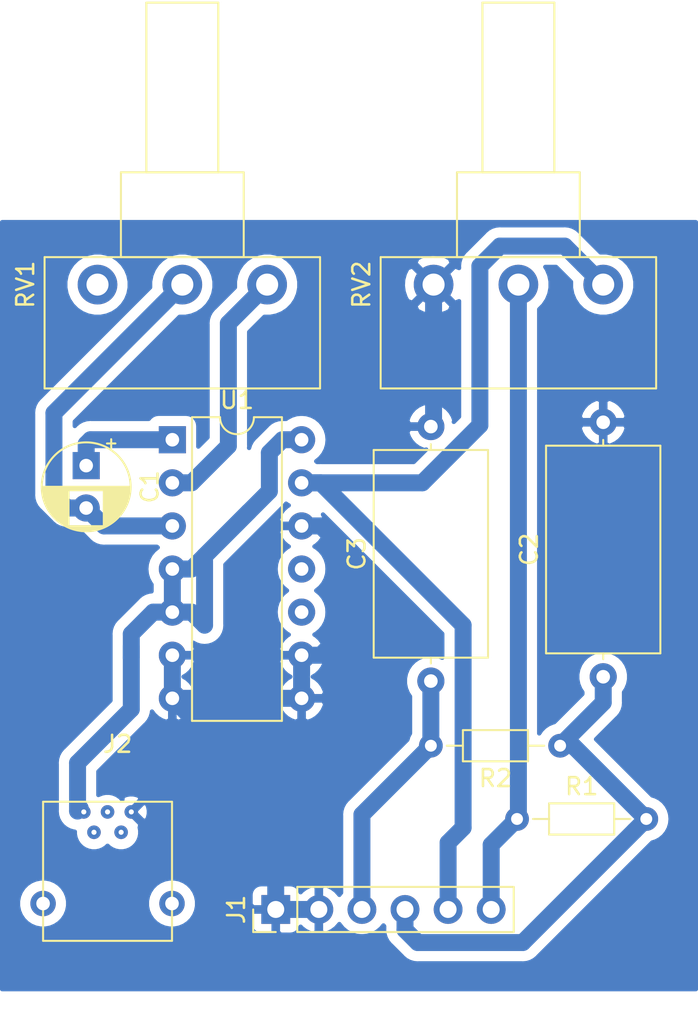
<source format=kicad_pcb>
(kicad_pcb (version 20171130) (host pcbnew 5.1.4-e60b266~84~ubuntu16.04.1)

  (general
    (thickness 1.6)
    (drawings 0)
    (tracks 75)
    (zones 0)
    (modules 10)
    (nets 10)
  )

  (page A4)
  (layers
    (0 F.Cu signal)
    (31 B.Cu signal)
    (32 B.Adhes user)
    (33 F.Adhes user)
    (34 B.Paste user)
    (35 F.Paste user)
    (36 B.SilkS user)
    (37 F.SilkS user)
    (38 B.Mask user)
    (39 F.Mask user)
    (40 Dwgs.User user)
    (41 Cmts.User user)
    (42 Eco1.User user)
    (43 Eco2.User user)
    (44 Edge.Cuts user)
    (45 Margin user)
    (46 B.CrtYd user)
    (47 F.CrtYd user)
    (48 B.Fab user)
    (49 F.Fab user)
  )

  (setup
    (last_trace_width 1)
    (trace_clearance 0.6)
    (zone_clearance 0.508)
    (zone_45_only no)
    (trace_min 0.2)
    (via_size 1.5)
    (via_drill 0.6)
    (via_min_size 0.4)
    (via_min_drill 0.3)
    (uvia_size 0.3)
    (uvia_drill 0.1)
    (uvias_allowed no)
    (uvia_min_size 0.2)
    (uvia_min_drill 0.1)
    (edge_width 0.05)
    (segment_width 0.2)
    (pcb_text_width 0.3)
    (pcb_text_size 1.5 1.5)
    (mod_edge_width 0.12)
    (mod_text_size 1 1)
    (mod_text_width 0.15)
    (pad_size 1.524 1.524)
    (pad_drill 0.762)
    (pad_to_mask_clearance 0.051)
    (solder_mask_min_width 0.25)
    (aux_axis_origin 0 0)
    (visible_elements FFFFFF7F)
    (pcbplotparams
      (layerselection 0x010fc_ffffffff)
      (usegerberextensions false)
      (usegerberattributes false)
      (usegerberadvancedattributes false)
      (creategerberjobfile false)
      (excludeedgelayer true)
      (linewidth 0.500000)
      (plotframeref false)
      (viasonmask false)
      (mode 1)
      (useauxorigin false)
      (hpglpennumber 1)
      (hpglpenspeed 20)
      (hpglpendiameter 15.000000)
      (psnegative false)
      (psa4output false)
      (plotreference true)
      (plotvalue true)
      (plotinvisibletext false)
      (padsonsilk false)
      (subtractmaskfromsilk false)
      (outputformat 1)
      (mirror false)
      (drillshape 1)
      (scaleselection 1)
      (outputdirectory ""))
  )

  (net 0 "")
  (net 1 "Net-(C1-Pad2)")
  (net 2 "Net-(C1-Pad1)")
  (net 3 GND)
  (net 4 "Net-(C2-Pad1)")
  (net 5 "Net-(C3-Pad1)")
  (net 6 "Net-(J1-Pad6)")
  (net 7 "Net-(J1-Pad5)")
  (net 8 "Net-(RV1-Pad1)")
  (net 9 +5V)

  (net_class Default "This is the default net class."
    (clearance 0.6)
    (trace_width 1)
    (via_dia 1.5)
    (via_drill 0.6)
    (uvia_dia 0.3)
    (uvia_drill 0.1)
    (add_net +5V)
    (add_net GND)
    (add_net "Net-(C1-Pad1)")
    (add_net "Net-(C1-Pad2)")
    (add_net "Net-(C2-Pad1)")
    (add_net "Net-(C3-Pad1)")
    (add_net "Net-(J1-Pad5)")
    (add_net "Net-(J1-Pad6)")
    (add_net "Net-(J2-Pad2)")
    (add_net "Net-(J2-Pad3)")
    (add_net "Net-(J2-Pad4)")
    (add_net "Net-(J2-Pad6)")
    (add_net "Net-(RV1-Pad1)")
    (add_net "Net-(RV1-Pad3)")
    (add_net "Net-(U1-Pad10)")
    (add_net "Net-(U1-Pad11)")
  )

  (module usb_micro:USB_Micro_1_27x5 (layer F.Cu) (tedit 5DA75D46) (tstamp 5DA8174B)
    (at 94.488 73.914)
    (path /5DABF365)
    (fp_text reference J2 (at 4.4 -3.4) (layer F.SilkS)
      (effects (font (size 1 1) (thickness 0.15)))
    )
    (fp_text value USB_OTG (at 3.8 -1.6) (layer F.Fab)
      (effects (font (size 1 1) (thickness 0.15)))
    )
    (fp_line (start 0 8.2) (end 0 0) (layer F.SilkS) (width 0.12))
    (fp_line (start 7.6 8.2) (end 0 8.2) (layer F.SilkS) (width 0.12))
    (fp_line (start 7.6 0) (end 7.6 8.2) (layer F.SilkS) (width 0.12))
    (fp_line (start 0 0) (end 7.6 0) (layer F.SilkS) (width 0.12))
    (pad 7 thru_hole circle (at 7.6 6) (size 1.5 1.5) (drill 0.8) (layers *.Cu *.Mask))
    (pad 6 thru_hole circle (at 0 6) (size 1.5 1.5) (drill 0.8) (layers *.Cu *.Mask))
    (pad 3 thru_hole circle (at 4.6 1.8) (size 0.8 0.8) (drill 0.3) (layers *.Cu *.Mask))
    (pad 4 thru_hole circle (at 3 1.8) (size 0.8 0.8) (drill 0.3) (layers *.Cu *.Mask))
    (pad 5 thru_hole circle (at 5.2 0.6) (size 0.8 0.8) (drill 0.3) (layers *.Cu *.Mask)
      (net 3 GND))
    (pad 2 thru_hole circle (at 3.8 0.6) (size 0.8 0.8) (drill 0.3) (layers *.Cu *.Mask))
    (pad 1 thru_hole circle (at 2.4 0.6) (size 0.8 0.8) (drill 0.3) (layers *.Cu *.Mask)
      (net 9 +5V))
  )

  (module Capacitor_THT:C_Axial_L12.0mm_D6.5mm_P15.00mm_Horizontal (layer F.Cu) (tedit 5AE50EF0) (tstamp 5DA7FC78)
    (at 127.508 66.548 90)
    (descr "C, Axial series, Axial, Horizontal, pin pitch=15mm, , length*diameter=12*6.5mm^2, http://cdn-reichelt.de/documents/datenblatt/B300/STYROFLEX.pdf")
    (tags "C Axial series Axial Horizontal pin pitch 15mm  length 12mm diameter 6.5mm")
    (path /5DA759E6)
    (fp_text reference C2 (at 7.5 -4.37 90) (layer F.SilkS)
      (effects (font (size 1 1) (thickness 0.15)))
    )
    (fp_text value 1uF (at 7.5 4.37 90) (layer F.Fab)
      (effects (font (size 1 1) (thickness 0.15)))
    )
    (fp_text user %R (at 7.5 0 90) (layer F.Fab)
      (effects (font (size 1 1) (thickness 0.15)))
    )
    (fp_line (start 16.05 -3.5) (end -1.05 -3.5) (layer F.CrtYd) (width 0.05))
    (fp_line (start 16.05 3.5) (end 16.05 -3.5) (layer F.CrtYd) (width 0.05))
    (fp_line (start -1.05 3.5) (end 16.05 3.5) (layer F.CrtYd) (width 0.05))
    (fp_line (start -1.05 -3.5) (end -1.05 3.5) (layer F.CrtYd) (width 0.05))
    (fp_line (start 13.96 0) (end 13.62 0) (layer F.SilkS) (width 0.12))
    (fp_line (start 1.04 0) (end 1.38 0) (layer F.SilkS) (width 0.12))
    (fp_line (start 13.62 -3.37) (end 1.38 -3.37) (layer F.SilkS) (width 0.12))
    (fp_line (start 13.62 3.37) (end 13.62 -3.37) (layer F.SilkS) (width 0.12))
    (fp_line (start 1.38 3.37) (end 13.62 3.37) (layer F.SilkS) (width 0.12))
    (fp_line (start 1.38 -3.37) (end 1.38 3.37) (layer F.SilkS) (width 0.12))
    (fp_line (start 15 0) (end 13.5 0) (layer F.Fab) (width 0.1))
    (fp_line (start 0 0) (end 1.5 0) (layer F.Fab) (width 0.1))
    (fp_line (start 13.5 -3.25) (end 1.5 -3.25) (layer F.Fab) (width 0.1))
    (fp_line (start 13.5 3.25) (end 13.5 -3.25) (layer F.Fab) (width 0.1))
    (fp_line (start 1.5 3.25) (end 13.5 3.25) (layer F.Fab) (width 0.1))
    (fp_line (start 1.5 -3.25) (end 1.5 3.25) (layer F.Fab) (width 0.1))
    (pad 2 thru_hole oval (at 15 0 90) (size 1.6 1.6) (drill 0.8) (layers *.Cu *.Mask)
      (net 3 GND))
    (pad 1 thru_hole circle (at 0 0 90) (size 1.6 1.6) (drill 0.8) (layers *.Cu *.Mask)
      (net 4 "Net-(C2-Pad1)"))
    (model ${KISYS3DMOD}/Capacitor_THT.3dshapes/C_Axial_L12.0mm_D6.5mm_P15.00mm_Horizontal.wrl
      (at (xyz 0 0 0))
      (scale (xyz 1 1 1))
      (rotate (xyz 0 0 0))
    )
  )

  (module Package_DIP:DIP-14_W7.62mm (layer F.Cu) (tedit 5A02E8C5) (tstamp 5DA7FD41)
    (at 102.108 52.578)
    (descr "14-lead though-hole mounted DIP package, row spacing 7.62 mm (300 mils)")
    (tags "THT DIP DIL PDIP 2.54mm 7.62mm 300mil")
    (path /5DA74DB3)
    (fp_text reference U1 (at 3.81 -2.33) (layer F.SilkS)
      (effects (font (size 1 1) (thickness 0.15)))
    )
    (fp_text value 4047 (at 3.81 17.57) (layer F.Fab)
      (effects (font (size 1 1) (thickness 0.15)))
    )
    (fp_text user %R (at 3.81 7.62) (layer F.Fab)
      (effects (font (size 1 1) (thickness 0.15)))
    )
    (fp_line (start 8.7 -1.55) (end -1.1 -1.55) (layer F.CrtYd) (width 0.05))
    (fp_line (start 8.7 16.8) (end 8.7 -1.55) (layer F.CrtYd) (width 0.05))
    (fp_line (start -1.1 16.8) (end 8.7 16.8) (layer F.CrtYd) (width 0.05))
    (fp_line (start -1.1 -1.55) (end -1.1 16.8) (layer F.CrtYd) (width 0.05))
    (fp_line (start 6.46 -1.33) (end 4.81 -1.33) (layer F.SilkS) (width 0.12))
    (fp_line (start 6.46 16.57) (end 6.46 -1.33) (layer F.SilkS) (width 0.12))
    (fp_line (start 1.16 16.57) (end 6.46 16.57) (layer F.SilkS) (width 0.12))
    (fp_line (start 1.16 -1.33) (end 1.16 16.57) (layer F.SilkS) (width 0.12))
    (fp_line (start 2.81 -1.33) (end 1.16 -1.33) (layer F.SilkS) (width 0.12))
    (fp_line (start 0.635 -0.27) (end 1.635 -1.27) (layer F.Fab) (width 0.1))
    (fp_line (start 0.635 16.51) (end 0.635 -0.27) (layer F.Fab) (width 0.1))
    (fp_line (start 6.985 16.51) (end 0.635 16.51) (layer F.Fab) (width 0.1))
    (fp_line (start 6.985 -1.27) (end 6.985 16.51) (layer F.Fab) (width 0.1))
    (fp_line (start 1.635 -1.27) (end 6.985 -1.27) (layer F.Fab) (width 0.1))
    (fp_arc (start 3.81 -1.33) (end 2.81 -1.33) (angle -180) (layer F.SilkS) (width 0.12))
    (pad 14 thru_hole oval (at 7.62 0) (size 1.6 1.6) (drill 0.8) (layers *.Cu *.Mask)
      (net 9 +5V))
    (pad 7 thru_hole oval (at 0 15.24) (size 1.6 1.6) (drill 0.8) (layers *.Cu *.Mask)
      (net 3 GND))
    (pad 13 thru_hole oval (at 7.62 2.54) (size 1.6 1.6) (drill 0.8) (layers *.Cu *.Mask)
      (net 7 "Net-(J1-Pad5)"))
    (pad 6 thru_hole oval (at 0 12.7) (size 1.6 1.6) (drill 0.8) (layers *.Cu *.Mask)
      (net 3 GND))
    (pad 12 thru_hole oval (at 7.62 5.08) (size 1.6 1.6) (drill 0.8) (layers *.Cu *.Mask)
      (net 3 GND))
    (pad 5 thru_hole oval (at 0 10.16) (size 1.6 1.6) (drill 0.8) (layers *.Cu *.Mask)
      (net 9 +5V))
    (pad 11 thru_hole oval (at 7.62 7.62) (size 1.6 1.6) (drill 0.8) (layers *.Cu *.Mask))
    (pad 4 thru_hole oval (at 0 7.62) (size 1.6 1.6) (drill 0.8) (layers *.Cu *.Mask)
      (net 9 +5V))
    (pad 10 thru_hole oval (at 7.62 10.16) (size 1.6 1.6) (drill 0.8) (layers *.Cu *.Mask))
    (pad 3 thru_hole oval (at 0 5.08) (size 1.6 1.6) (drill 0.8) (layers *.Cu *.Mask)
      (net 1 "Net-(C1-Pad2)"))
    (pad 9 thru_hole oval (at 7.62 12.7) (size 1.6 1.6) (drill 0.8) (layers *.Cu *.Mask)
      (net 3 GND))
    (pad 2 thru_hole oval (at 0 2.54) (size 1.6 1.6) (drill 0.8) (layers *.Cu *.Mask)
      (net 8 "Net-(RV1-Pad1)"))
    (pad 8 thru_hole oval (at 7.62 15.24) (size 1.6 1.6) (drill 0.8) (layers *.Cu *.Mask)
      (net 3 GND))
    (pad 1 thru_hole rect (at 0 0) (size 1.6 1.6) (drill 0.8) (layers *.Cu *.Mask)
      (net 2 "Net-(C1-Pad1)"))
    (model ${KISYS3DMOD}/Package_DIP.3dshapes/DIP-14_W7.62mm.wrl
      (at (xyz 0 0 0))
      (scale (xyz 1 1 1))
      (rotate (xyz 0 0 0))
    )
  )

  (module Potentiometer_THT:Potentiometer_Piher_T-16H_Single_Horizontal (layer F.Cu) (tedit 5A3D4993) (tstamp 5DA7FD1F)
    (at 127.508 43.434 90)
    (descr "Potentiometer, horizontal, Piher T-16H Single, http://www.piher-nacesa.com/pdf/22-T16v03.pdf")
    (tags "Potentiometer horizontal Piher T-16H Single")
    (path /5DA76077)
    (fp_text reference RV2 (at 0 -14.25 90) (layer F.SilkS)
      (effects (font (size 1 1) (thickness 0.15)))
    )
    (fp_text value 5k (at 0 4.25 90) (layer F.Fab)
      (effects (font (size 1 1) (thickness 0.15)))
    )
    (fp_text user %R (at -2.25 -5 90) (layer F.Fab)
      (effects (font (size 1 1) (thickness 0.15)))
    )
    (fp_line (start 16.75 -13.25) (end -6.25 -13.25) (layer F.CrtYd) (width 0.05))
    (fp_line (start 16.75 3.25) (end 16.75 -13.25) (layer F.CrtYd) (width 0.05))
    (fp_line (start -6.25 3.25) (end 16.75 3.25) (layer F.CrtYd) (width 0.05))
    (fp_line (start -6.25 -13.25) (end -6.25 3.25) (layer F.CrtYd) (width 0.05))
    (fp_line (start 16.62 -7.12) (end 16.62 -2.88) (layer F.SilkS) (width 0.12))
    (fp_line (start 6.62 -7.12) (end 6.62 -2.88) (layer F.SilkS) (width 0.12))
    (fp_line (start 6.62 -2.88) (end 16.62 -2.88) (layer F.SilkS) (width 0.12))
    (fp_line (start 6.62 -7.12) (end 16.62 -7.12) (layer F.SilkS) (width 0.12))
    (fp_line (start 6.62 -8.62) (end 6.62 -1.38) (layer F.SilkS) (width 0.12))
    (fp_line (start 1.62 -8.62) (end 1.62 -1.38) (layer F.SilkS) (width 0.12))
    (fp_line (start 1.62 -1.38) (end 6.62 -1.38) (layer F.SilkS) (width 0.12))
    (fp_line (start 1.62 -8.62) (end 6.62 -8.62) (layer F.SilkS) (width 0.12))
    (fp_line (start 1.62 -13.12) (end 1.62 3.12) (layer F.SilkS) (width 0.12))
    (fp_line (start -6.12 -13.12) (end -6.12 3.12) (layer F.SilkS) (width 0.12))
    (fp_line (start -6.12 3.12) (end 1.62 3.12) (layer F.SilkS) (width 0.12))
    (fp_line (start -6.12 -13.12) (end 1.62 -13.12) (layer F.SilkS) (width 0.12))
    (fp_line (start 16.5 -7) (end 6.5 -7) (layer F.Fab) (width 0.1))
    (fp_line (start 16.5 -3) (end 16.5 -7) (layer F.Fab) (width 0.1))
    (fp_line (start 6.5 -3) (end 16.5 -3) (layer F.Fab) (width 0.1))
    (fp_line (start 6.5 -7) (end 6.5 -3) (layer F.Fab) (width 0.1))
    (fp_line (start 6.5 -8.5) (end 1.5 -8.5) (layer F.Fab) (width 0.1))
    (fp_line (start 6.5 -1.5) (end 6.5 -8.5) (layer F.Fab) (width 0.1))
    (fp_line (start 1.5 -1.5) (end 6.5 -1.5) (layer F.Fab) (width 0.1))
    (fp_line (start 1.5 -8.5) (end 1.5 -1.5) (layer F.Fab) (width 0.1))
    (fp_line (start 1.5 -13) (end -6 -13) (layer F.Fab) (width 0.1))
    (fp_line (start 1.5 3) (end 1.5 -13) (layer F.Fab) (width 0.1))
    (fp_line (start -6 3) (end 1.5 3) (layer F.Fab) (width 0.1))
    (fp_line (start -6 -13) (end -6 3) (layer F.Fab) (width 0.1))
    (pad 1 thru_hole circle (at 0 0 90) (size 2.34 2.34) (drill 1.3) (layers *.Cu *.Mask)
      (net 7 "Net-(J1-Pad5)"))
    (pad 2 thru_hole circle (at 0 -5 90) (size 2.34 2.34) (drill 1.3) (layers *.Cu *.Mask)
      (net 6 "Net-(J1-Pad6)"))
    (pad 3 thru_hole circle (at 0 -10 90) (size 2.34 2.34) (drill 1.3) (layers *.Cu *.Mask)
      (net 3 GND))
    (model ${KISYS3DMOD}/Potentiometer_THT.3dshapes/Potentiometer_Piher_T-16H_Single_Horizontal.wrl
      (at (xyz 0 0 0))
      (scale (xyz 1 1 1))
      (rotate (xyz 0 0 0))
    )
  )

  (module Potentiometer_THT:Potentiometer_Piher_T-16H_Single_Horizontal (layer F.Cu) (tedit 5A3D4993) (tstamp 5DA7FCFB)
    (at 107.696 43.434 90)
    (descr "Potentiometer, horizontal, Piher T-16H Single, http://www.piher-nacesa.com/pdf/22-T16v03.pdf")
    (tags "Potentiometer horizontal Piher T-16H Single")
    (path /5DA763E3)
    (fp_text reference RV1 (at 0 -14.25 90) (layer F.SilkS)
      (effects (font (size 1 1) (thickness 0.15)))
    )
    (fp_text value 5k (at 0 4.25 90) (layer F.Fab)
      (effects (font (size 1 1) (thickness 0.15)))
    )
    (fp_text user %R (at -2.25 -5 90) (layer F.Fab)
      (effects (font (size 1 1) (thickness 0.15)))
    )
    (fp_line (start 16.75 -13.25) (end -6.25 -13.25) (layer F.CrtYd) (width 0.05))
    (fp_line (start 16.75 3.25) (end 16.75 -13.25) (layer F.CrtYd) (width 0.05))
    (fp_line (start -6.25 3.25) (end 16.75 3.25) (layer F.CrtYd) (width 0.05))
    (fp_line (start -6.25 -13.25) (end -6.25 3.25) (layer F.CrtYd) (width 0.05))
    (fp_line (start 16.62 -7.12) (end 16.62 -2.88) (layer F.SilkS) (width 0.12))
    (fp_line (start 6.62 -7.12) (end 6.62 -2.88) (layer F.SilkS) (width 0.12))
    (fp_line (start 6.62 -2.88) (end 16.62 -2.88) (layer F.SilkS) (width 0.12))
    (fp_line (start 6.62 -7.12) (end 16.62 -7.12) (layer F.SilkS) (width 0.12))
    (fp_line (start 6.62 -8.62) (end 6.62 -1.38) (layer F.SilkS) (width 0.12))
    (fp_line (start 1.62 -8.62) (end 1.62 -1.38) (layer F.SilkS) (width 0.12))
    (fp_line (start 1.62 -1.38) (end 6.62 -1.38) (layer F.SilkS) (width 0.12))
    (fp_line (start 1.62 -8.62) (end 6.62 -8.62) (layer F.SilkS) (width 0.12))
    (fp_line (start 1.62 -13.12) (end 1.62 3.12) (layer F.SilkS) (width 0.12))
    (fp_line (start -6.12 -13.12) (end -6.12 3.12) (layer F.SilkS) (width 0.12))
    (fp_line (start -6.12 3.12) (end 1.62 3.12) (layer F.SilkS) (width 0.12))
    (fp_line (start -6.12 -13.12) (end 1.62 -13.12) (layer F.SilkS) (width 0.12))
    (fp_line (start 16.5 -7) (end 6.5 -7) (layer F.Fab) (width 0.1))
    (fp_line (start 16.5 -3) (end 16.5 -7) (layer F.Fab) (width 0.1))
    (fp_line (start 6.5 -3) (end 16.5 -3) (layer F.Fab) (width 0.1))
    (fp_line (start 6.5 -7) (end 6.5 -3) (layer F.Fab) (width 0.1))
    (fp_line (start 6.5 -8.5) (end 1.5 -8.5) (layer F.Fab) (width 0.1))
    (fp_line (start 6.5 -1.5) (end 6.5 -8.5) (layer F.Fab) (width 0.1))
    (fp_line (start 1.5 -1.5) (end 6.5 -1.5) (layer F.Fab) (width 0.1))
    (fp_line (start 1.5 -8.5) (end 1.5 -1.5) (layer F.Fab) (width 0.1))
    (fp_line (start 1.5 -13) (end -6 -13) (layer F.Fab) (width 0.1))
    (fp_line (start 1.5 3) (end 1.5 -13) (layer F.Fab) (width 0.1))
    (fp_line (start -6 3) (end 1.5 3) (layer F.Fab) (width 0.1))
    (fp_line (start -6 -13) (end -6 3) (layer F.Fab) (width 0.1))
    (pad 1 thru_hole circle (at 0 0 90) (size 2.34 2.34) (drill 1.3) (layers *.Cu *.Mask)
      (net 8 "Net-(RV1-Pad1)"))
    (pad 2 thru_hole circle (at 0 -5 90) (size 2.34 2.34) (drill 1.3) (layers *.Cu *.Mask)
      (net 1 "Net-(C1-Pad2)"))
    (pad 3 thru_hole circle (at 0 -10 90) (size 2.34 2.34) (drill 1.3) (layers *.Cu *.Mask))
    (model ${KISYS3DMOD}/Potentiometer_THT.3dshapes/Potentiometer_Piher_T-16H_Single_Horizontal.wrl
      (at (xyz 0 0 0))
      (scale (xyz 1 1 1))
      (rotate (xyz 0 0 0))
    )
  )

  (module Resistor_THT:R_Axial_DIN0204_L3.6mm_D1.6mm_P7.62mm_Horizontal (layer F.Cu) (tedit 5AE5139B) (tstamp 5DA7FCD7)
    (at 124.968 70.612 180)
    (descr "Resistor, Axial_DIN0204 series, Axial, Horizontal, pin pitch=7.62mm, 0.167W, length*diameter=3.6*1.6mm^2, http://cdn-reichelt.de/documents/datenblatt/B400/1_4W%23YAG.pdf")
    (tags "Resistor Axial_DIN0204 series Axial Horizontal pin pitch 7.62mm 0.167W length 3.6mm diameter 1.6mm")
    (path /5DA776A8)
    (fp_text reference R2 (at 3.81 -1.92) (layer F.SilkS)
      (effects (font (size 1 1) (thickness 0.15)))
    )
    (fp_text value 1.8k (at 3.81 1.92) (layer F.Fab)
      (effects (font (size 1 1) (thickness 0.15)))
    )
    (fp_text user %R (at 3.81 0) (layer F.Fab)
      (effects (font (size 0.72 0.72) (thickness 0.108)))
    )
    (fp_line (start 8.57 -1.05) (end -0.95 -1.05) (layer F.CrtYd) (width 0.05))
    (fp_line (start 8.57 1.05) (end 8.57 -1.05) (layer F.CrtYd) (width 0.05))
    (fp_line (start -0.95 1.05) (end 8.57 1.05) (layer F.CrtYd) (width 0.05))
    (fp_line (start -0.95 -1.05) (end -0.95 1.05) (layer F.CrtYd) (width 0.05))
    (fp_line (start 6.68 0) (end 5.73 0) (layer F.SilkS) (width 0.12))
    (fp_line (start 0.94 0) (end 1.89 0) (layer F.SilkS) (width 0.12))
    (fp_line (start 5.73 -0.92) (end 1.89 -0.92) (layer F.SilkS) (width 0.12))
    (fp_line (start 5.73 0.92) (end 5.73 -0.92) (layer F.SilkS) (width 0.12))
    (fp_line (start 1.89 0.92) (end 5.73 0.92) (layer F.SilkS) (width 0.12))
    (fp_line (start 1.89 -0.92) (end 1.89 0.92) (layer F.SilkS) (width 0.12))
    (fp_line (start 7.62 0) (end 5.61 0) (layer F.Fab) (width 0.1))
    (fp_line (start 0 0) (end 2.01 0) (layer F.Fab) (width 0.1))
    (fp_line (start 5.61 -0.8) (end 2.01 -0.8) (layer F.Fab) (width 0.1))
    (fp_line (start 5.61 0.8) (end 5.61 -0.8) (layer F.Fab) (width 0.1))
    (fp_line (start 2.01 0.8) (end 5.61 0.8) (layer F.Fab) (width 0.1))
    (fp_line (start 2.01 -0.8) (end 2.01 0.8) (layer F.Fab) (width 0.1))
    (pad 2 thru_hole oval (at 7.62 0 180) (size 1.4 1.4) (drill 0.7) (layers *.Cu *.Mask)
      (net 5 "Net-(C3-Pad1)"))
    (pad 1 thru_hole circle (at 0 0 180) (size 1.4 1.4) (drill 0.7) (layers *.Cu *.Mask)
      (net 4 "Net-(C2-Pad1)"))
    (model ${KISYS3DMOD}/Resistor_THT.3dshapes/R_Axial_DIN0204_L3.6mm_D1.6mm_P7.62mm_Horizontal.wrl
      (at (xyz 0 0 0))
      (scale (xyz 1 1 1))
      (rotate (xyz 0 0 0))
    )
  )

  (module Resistor_THT:R_Axial_DIN0204_L3.6mm_D1.6mm_P7.62mm_Horizontal (layer F.Cu) (tedit 5AE5139B) (tstamp 5DA7FCC0)
    (at 122.428 74.93)
    (descr "Resistor, Axial_DIN0204 series, Axial, Horizontal, pin pitch=7.62mm, 0.167W, length*diameter=3.6*1.6mm^2, http://cdn-reichelt.de/documents/datenblatt/B400/1_4W%23YAG.pdf")
    (tags "Resistor Axial_DIN0204 series Axial Horizontal pin pitch 7.62mm 0.167W length 3.6mm diameter 1.6mm")
    (path /5DA76952)
    (fp_text reference R1 (at 3.81 -1.92) (layer F.SilkS)
      (effects (font (size 1 1) (thickness 0.15)))
    )
    (fp_text value 1.8k (at 3.81 1.92) (layer F.Fab)
      (effects (font (size 1 1) (thickness 0.15)))
    )
    (fp_text user %R (at 3.81 0) (layer F.Fab)
      (effects (font (size 0.72 0.72) (thickness 0.108)))
    )
    (fp_line (start 8.57 -1.05) (end -0.95 -1.05) (layer F.CrtYd) (width 0.05))
    (fp_line (start 8.57 1.05) (end 8.57 -1.05) (layer F.CrtYd) (width 0.05))
    (fp_line (start -0.95 1.05) (end 8.57 1.05) (layer F.CrtYd) (width 0.05))
    (fp_line (start -0.95 -1.05) (end -0.95 1.05) (layer F.CrtYd) (width 0.05))
    (fp_line (start 6.68 0) (end 5.73 0) (layer F.SilkS) (width 0.12))
    (fp_line (start 0.94 0) (end 1.89 0) (layer F.SilkS) (width 0.12))
    (fp_line (start 5.73 -0.92) (end 1.89 -0.92) (layer F.SilkS) (width 0.12))
    (fp_line (start 5.73 0.92) (end 5.73 -0.92) (layer F.SilkS) (width 0.12))
    (fp_line (start 1.89 0.92) (end 5.73 0.92) (layer F.SilkS) (width 0.12))
    (fp_line (start 1.89 -0.92) (end 1.89 0.92) (layer F.SilkS) (width 0.12))
    (fp_line (start 7.62 0) (end 5.61 0) (layer F.Fab) (width 0.1))
    (fp_line (start 0 0) (end 2.01 0) (layer F.Fab) (width 0.1))
    (fp_line (start 5.61 -0.8) (end 2.01 -0.8) (layer F.Fab) (width 0.1))
    (fp_line (start 5.61 0.8) (end 5.61 -0.8) (layer F.Fab) (width 0.1))
    (fp_line (start 2.01 0.8) (end 5.61 0.8) (layer F.Fab) (width 0.1))
    (fp_line (start 2.01 -0.8) (end 2.01 0.8) (layer F.Fab) (width 0.1))
    (pad 2 thru_hole oval (at 7.62 0) (size 1.4 1.4) (drill 0.7) (layers *.Cu *.Mask)
      (net 4 "Net-(C2-Pad1)"))
    (pad 1 thru_hole circle (at 0 0) (size 1.4 1.4) (drill 0.7) (layers *.Cu *.Mask)
      (net 6 "Net-(J1-Pad6)"))
    (model ${KISYS3DMOD}/Resistor_THT.3dshapes/R_Axial_DIN0204_L3.6mm_D1.6mm_P7.62mm_Horizontal.wrl
      (at (xyz 0 0 0))
      (scale (xyz 1 1 1))
      (rotate (xyz 0 0 0))
    )
  )

  (module Connector_PinHeader_2.54mm:PinHeader_1x06_P2.54mm_Vertical (layer F.Cu) (tedit 59FED5CC) (tstamp 5DA7FCA9)
    (at 108.204 80.264 90)
    (descr "Through hole straight pin header, 1x06, 2.54mm pitch, single row")
    (tags "Through hole pin header THT 1x06 2.54mm single row")
    (path /5DAA269F)
    (fp_text reference J1 (at 0 -2.33 90) (layer F.SilkS)
      (effects (font (size 1 1) (thickness 0.15)))
    )
    (fp_text value Conn_01x06_Male (at 0 15.03 90) (layer F.Fab)
      (effects (font (size 1 1) (thickness 0.15)))
    )
    (fp_text user %R (at 0 6.35) (layer F.Fab)
      (effects (font (size 1 1) (thickness 0.15)))
    )
    (fp_line (start 1.8 -1.8) (end -1.8 -1.8) (layer F.CrtYd) (width 0.05))
    (fp_line (start 1.8 14.5) (end 1.8 -1.8) (layer F.CrtYd) (width 0.05))
    (fp_line (start -1.8 14.5) (end 1.8 14.5) (layer F.CrtYd) (width 0.05))
    (fp_line (start -1.8 -1.8) (end -1.8 14.5) (layer F.CrtYd) (width 0.05))
    (fp_line (start -1.33 -1.33) (end 0 -1.33) (layer F.SilkS) (width 0.12))
    (fp_line (start -1.33 0) (end -1.33 -1.33) (layer F.SilkS) (width 0.12))
    (fp_line (start -1.33 1.27) (end 1.33 1.27) (layer F.SilkS) (width 0.12))
    (fp_line (start 1.33 1.27) (end 1.33 14.03) (layer F.SilkS) (width 0.12))
    (fp_line (start -1.33 1.27) (end -1.33 14.03) (layer F.SilkS) (width 0.12))
    (fp_line (start -1.33 14.03) (end 1.33 14.03) (layer F.SilkS) (width 0.12))
    (fp_line (start -1.27 -0.635) (end -0.635 -1.27) (layer F.Fab) (width 0.1))
    (fp_line (start -1.27 13.97) (end -1.27 -0.635) (layer F.Fab) (width 0.1))
    (fp_line (start 1.27 13.97) (end -1.27 13.97) (layer F.Fab) (width 0.1))
    (fp_line (start 1.27 -1.27) (end 1.27 13.97) (layer F.Fab) (width 0.1))
    (fp_line (start -0.635 -1.27) (end 1.27 -1.27) (layer F.Fab) (width 0.1))
    (pad 6 thru_hole oval (at 0 12.7 90) (size 1.7 1.7) (drill 1) (layers *.Cu *.Mask)
      (net 6 "Net-(J1-Pad6)"))
    (pad 5 thru_hole oval (at 0 10.16 90) (size 1.7 1.7) (drill 1) (layers *.Cu *.Mask)
      (net 7 "Net-(J1-Pad5)"))
    (pad 4 thru_hole oval (at 0 7.62 90) (size 1.7 1.7) (drill 1) (layers *.Cu *.Mask)
      (net 4 "Net-(C2-Pad1)"))
    (pad 3 thru_hole oval (at 0 5.08 90) (size 1.7 1.7) (drill 1) (layers *.Cu *.Mask)
      (net 5 "Net-(C3-Pad1)"))
    (pad 2 thru_hole oval (at 0 2.54 90) (size 1.7 1.7) (drill 1) (layers *.Cu *.Mask)
      (net 3 GND))
    (pad 1 thru_hole rect (at 0 0 90) (size 1.7 1.7) (drill 1) (layers *.Cu *.Mask)
      (net 3 GND))
    (model ${KISYS3DMOD}/Connector_PinHeader_2.54mm.3dshapes/PinHeader_1x06_P2.54mm_Vertical.wrl
      (at (xyz 0 0 0))
      (scale (xyz 1 1 1))
      (rotate (xyz 0 0 0))
    )
  )

  (module Capacitor_THT:C_Axial_L12.0mm_D6.5mm_P15.00mm_Horizontal (layer F.Cu) (tedit 5AE50EF0) (tstamp 5DA7FC8F)
    (at 117.348 66.802 90)
    (descr "C, Axial series, Axial, Horizontal, pin pitch=15mm, , length*diameter=12*6.5mm^2, http://cdn-reichelt.de/documents/datenblatt/B300/STYROFLEX.pdf")
    (tags "C Axial series Axial Horizontal pin pitch 15mm  length 12mm diameter 6.5mm")
    (path /5DA75D01)
    (fp_text reference C3 (at 7.5 -4.37 90) (layer F.SilkS)
      (effects (font (size 1 1) (thickness 0.15)))
    )
    (fp_text value 1uF (at 7.5 4.37 90) (layer F.Fab)
      (effects (font (size 1 1) (thickness 0.15)))
    )
    (fp_text user %R (at 7.5 0 90) (layer F.Fab)
      (effects (font (size 1 1) (thickness 0.15)))
    )
    (fp_line (start 16.05 -3.5) (end -1.05 -3.5) (layer F.CrtYd) (width 0.05))
    (fp_line (start 16.05 3.5) (end 16.05 -3.5) (layer F.CrtYd) (width 0.05))
    (fp_line (start -1.05 3.5) (end 16.05 3.5) (layer F.CrtYd) (width 0.05))
    (fp_line (start -1.05 -3.5) (end -1.05 3.5) (layer F.CrtYd) (width 0.05))
    (fp_line (start 13.96 0) (end 13.62 0) (layer F.SilkS) (width 0.12))
    (fp_line (start 1.04 0) (end 1.38 0) (layer F.SilkS) (width 0.12))
    (fp_line (start 13.62 -3.37) (end 1.38 -3.37) (layer F.SilkS) (width 0.12))
    (fp_line (start 13.62 3.37) (end 13.62 -3.37) (layer F.SilkS) (width 0.12))
    (fp_line (start 1.38 3.37) (end 13.62 3.37) (layer F.SilkS) (width 0.12))
    (fp_line (start 1.38 -3.37) (end 1.38 3.37) (layer F.SilkS) (width 0.12))
    (fp_line (start 15 0) (end 13.5 0) (layer F.Fab) (width 0.1))
    (fp_line (start 0 0) (end 1.5 0) (layer F.Fab) (width 0.1))
    (fp_line (start 13.5 -3.25) (end 1.5 -3.25) (layer F.Fab) (width 0.1))
    (fp_line (start 13.5 3.25) (end 13.5 -3.25) (layer F.Fab) (width 0.1))
    (fp_line (start 1.5 3.25) (end 13.5 3.25) (layer F.Fab) (width 0.1))
    (fp_line (start 1.5 -3.25) (end 1.5 3.25) (layer F.Fab) (width 0.1))
    (pad 2 thru_hole oval (at 15 0 90) (size 1.6 1.6) (drill 0.8) (layers *.Cu *.Mask)
      (net 3 GND))
    (pad 1 thru_hole circle (at 0 0 90) (size 1.6 1.6) (drill 0.8) (layers *.Cu *.Mask)
      (net 5 "Net-(C3-Pad1)"))
    (model ${KISYS3DMOD}/Capacitor_THT.3dshapes/C_Axial_L12.0mm_D6.5mm_P15.00mm_Horizontal.wrl
      (at (xyz 0 0 0))
      (scale (xyz 1 1 1))
      (rotate (xyz 0 0 0))
    )
  )

  (module Capacitor_THT:CP_Radial_D5.0mm_P2.50mm (layer F.Cu) (tedit 5AE50EF0) (tstamp 5DA7FC61)
    (at 97.028 54.102 270)
    (descr "CP, Radial series, Radial, pin pitch=2.50mm, , diameter=5mm, Electrolytic Capacitor")
    (tags "CP Radial series Radial pin pitch 2.50mm  diameter 5mm Electrolytic Capacitor")
    (path /5DA75454)
    (fp_text reference C1 (at 1.25 -3.75 90) (layer F.SilkS)
      (effects (font (size 1 1) (thickness 0.15)))
    )
    (fp_text value 10uF (at 1.25 3.75 90) (layer F.Fab)
      (effects (font (size 1 1) (thickness 0.15)))
    )
    (fp_text user %R (at 1.25 0 90) (layer F.Fab)
      (effects (font (size 1 1) (thickness 0.15)))
    )
    (fp_line (start -1.304775 -1.725) (end -1.304775 -1.225) (layer F.SilkS) (width 0.12))
    (fp_line (start -1.554775 -1.475) (end -1.054775 -1.475) (layer F.SilkS) (width 0.12))
    (fp_line (start 3.851 -0.284) (end 3.851 0.284) (layer F.SilkS) (width 0.12))
    (fp_line (start 3.811 -0.518) (end 3.811 0.518) (layer F.SilkS) (width 0.12))
    (fp_line (start 3.771 -0.677) (end 3.771 0.677) (layer F.SilkS) (width 0.12))
    (fp_line (start 3.731 -0.805) (end 3.731 0.805) (layer F.SilkS) (width 0.12))
    (fp_line (start 3.691 -0.915) (end 3.691 0.915) (layer F.SilkS) (width 0.12))
    (fp_line (start 3.651 -1.011) (end 3.651 1.011) (layer F.SilkS) (width 0.12))
    (fp_line (start 3.611 -1.098) (end 3.611 1.098) (layer F.SilkS) (width 0.12))
    (fp_line (start 3.571 -1.178) (end 3.571 1.178) (layer F.SilkS) (width 0.12))
    (fp_line (start 3.531 1.04) (end 3.531 1.251) (layer F.SilkS) (width 0.12))
    (fp_line (start 3.531 -1.251) (end 3.531 -1.04) (layer F.SilkS) (width 0.12))
    (fp_line (start 3.491 1.04) (end 3.491 1.319) (layer F.SilkS) (width 0.12))
    (fp_line (start 3.491 -1.319) (end 3.491 -1.04) (layer F.SilkS) (width 0.12))
    (fp_line (start 3.451 1.04) (end 3.451 1.383) (layer F.SilkS) (width 0.12))
    (fp_line (start 3.451 -1.383) (end 3.451 -1.04) (layer F.SilkS) (width 0.12))
    (fp_line (start 3.411 1.04) (end 3.411 1.443) (layer F.SilkS) (width 0.12))
    (fp_line (start 3.411 -1.443) (end 3.411 -1.04) (layer F.SilkS) (width 0.12))
    (fp_line (start 3.371 1.04) (end 3.371 1.5) (layer F.SilkS) (width 0.12))
    (fp_line (start 3.371 -1.5) (end 3.371 -1.04) (layer F.SilkS) (width 0.12))
    (fp_line (start 3.331 1.04) (end 3.331 1.554) (layer F.SilkS) (width 0.12))
    (fp_line (start 3.331 -1.554) (end 3.331 -1.04) (layer F.SilkS) (width 0.12))
    (fp_line (start 3.291 1.04) (end 3.291 1.605) (layer F.SilkS) (width 0.12))
    (fp_line (start 3.291 -1.605) (end 3.291 -1.04) (layer F.SilkS) (width 0.12))
    (fp_line (start 3.251 1.04) (end 3.251 1.653) (layer F.SilkS) (width 0.12))
    (fp_line (start 3.251 -1.653) (end 3.251 -1.04) (layer F.SilkS) (width 0.12))
    (fp_line (start 3.211 1.04) (end 3.211 1.699) (layer F.SilkS) (width 0.12))
    (fp_line (start 3.211 -1.699) (end 3.211 -1.04) (layer F.SilkS) (width 0.12))
    (fp_line (start 3.171 1.04) (end 3.171 1.743) (layer F.SilkS) (width 0.12))
    (fp_line (start 3.171 -1.743) (end 3.171 -1.04) (layer F.SilkS) (width 0.12))
    (fp_line (start 3.131 1.04) (end 3.131 1.785) (layer F.SilkS) (width 0.12))
    (fp_line (start 3.131 -1.785) (end 3.131 -1.04) (layer F.SilkS) (width 0.12))
    (fp_line (start 3.091 1.04) (end 3.091 1.826) (layer F.SilkS) (width 0.12))
    (fp_line (start 3.091 -1.826) (end 3.091 -1.04) (layer F.SilkS) (width 0.12))
    (fp_line (start 3.051 1.04) (end 3.051 1.864) (layer F.SilkS) (width 0.12))
    (fp_line (start 3.051 -1.864) (end 3.051 -1.04) (layer F.SilkS) (width 0.12))
    (fp_line (start 3.011 1.04) (end 3.011 1.901) (layer F.SilkS) (width 0.12))
    (fp_line (start 3.011 -1.901) (end 3.011 -1.04) (layer F.SilkS) (width 0.12))
    (fp_line (start 2.971 1.04) (end 2.971 1.937) (layer F.SilkS) (width 0.12))
    (fp_line (start 2.971 -1.937) (end 2.971 -1.04) (layer F.SilkS) (width 0.12))
    (fp_line (start 2.931 1.04) (end 2.931 1.971) (layer F.SilkS) (width 0.12))
    (fp_line (start 2.931 -1.971) (end 2.931 -1.04) (layer F.SilkS) (width 0.12))
    (fp_line (start 2.891 1.04) (end 2.891 2.004) (layer F.SilkS) (width 0.12))
    (fp_line (start 2.891 -2.004) (end 2.891 -1.04) (layer F.SilkS) (width 0.12))
    (fp_line (start 2.851 1.04) (end 2.851 2.035) (layer F.SilkS) (width 0.12))
    (fp_line (start 2.851 -2.035) (end 2.851 -1.04) (layer F.SilkS) (width 0.12))
    (fp_line (start 2.811 1.04) (end 2.811 2.065) (layer F.SilkS) (width 0.12))
    (fp_line (start 2.811 -2.065) (end 2.811 -1.04) (layer F.SilkS) (width 0.12))
    (fp_line (start 2.771 1.04) (end 2.771 2.095) (layer F.SilkS) (width 0.12))
    (fp_line (start 2.771 -2.095) (end 2.771 -1.04) (layer F.SilkS) (width 0.12))
    (fp_line (start 2.731 1.04) (end 2.731 2.122) (layer F.SilkS) (width 0.12))
    (fp_line (start 2.731 -2.122) (end 2.731 -1.04) (layer F.SilkS) (width 0.12))
    (fp_line (start 2.691 1.04) (end 2.691 2.149) (layer F.SilkS) (width 0.12))
    (fp_line (start 2.691 -2.149) (end 2.691 -1.04) (layer F.SilkS) (width 0.12))
    (fp_line (start 2.651 1.04) (end 2.651 2.175) (layer F.SilkS) (width 0.12))
    (fp_line (start 2.651 -2.175) (end 2.651 -1.04) (layer F.SilkS) (width 0.12))
    (fp_line (start 2.611 1.04) (end 2.611 2.2) (layer F.SilkS) (width 0.12))
    (fp_line (start 2.611 -2.2) (end 2.611 -1.04) (layer F.SilkS) (width 0.12))
    (fp_line (start 2.571 1.04) (end 2.571 2.224) (layer F.SilkS) (width 0.12))
    (fp_line (start 2.571 -2.224) (end 2.571 -1.04) (layer F.SilkS) (width 0.12))
    (fp_line (start 2.531 1.04) (end 2.531 2.247) (layer F.SilkS) (width 0.12))
    (fp_line (start 2.531 -2.247) (end 2.531 -1.04) (layer F.SilkS) (width 0.12))
    (fp_line (start 2.491 1.04) (end 2.491 2.268) (layer F.SilkS) (width 0.12))
    (fp_line (start 2.491 -2.268) (end 2.491 -1.04) (layer F.SilkS) (width 0.12))
    (fp_line (start 2.451 1.04) (end 2.451 2.29) (layer F.SilkS) (width 0.12))
    (fp_line (start 2.451 -2.29) (end 2.451 -1.04) (layer F.SilkS) (width 0.12))
    (fp_line (start 2.411 1.04) (end 2.411 2.31) (layer F.SilkS) (width 0.12))
    (fp_line (start 2.411 -2.31) (end 2.411 -1.04) (layer F.SilkS) (width 0.12))
    (fp_line (start 2.371 1.04) (end 2.371 2.329) (layer F.SilkS) (width 0.12))
    (fp_line (start 2.371 -2.329) (end 2.371 -1.04) (layer F.SilkS) (width 0.12))
    (fp_line (start 2.331 1.04) (end 2.331 2.348) (layer F.SilkS) (width 0.12))
    (fp_line (start 2.331 -2.348) (end 2.331 -1.04) (layer F.SilkS) (width 0.12))
    (fp_line (start 2.291 1.04) (end 2.291 2.365) (layer F.SilkS) (width 0.12))
    (fp_line (start 2.291 -2.365) (end 2.291 -1.04) (layer F.SilkS) (width 0.12))
    (fp_line (start 2.251 1.04) (end 2.251 2.382) (layer F.SilkS) (width 0.12))
    (fp_line (start 2.251 -2.382) (end 2.251 -1.04) (layer F.SilkS) (width 0.12))
    (fp_line (start 2.211 1.04) (end 2.211 2.398) (layer F.SilkS) (width 0.12))
    (fp_line (start 2.211 -2.398) (end 2.211 -1.04) (layer F.SilkS) (width 0.12))
    (fp_line (start 2.171 1.04) (end 2.171 2.414) (layer F.SilkS) (width 0.12))
    (fp_line (start 2.171 -2.414) (end 2.171 -1.04) (layer F.SilkS) (width 0.12))
    (fp_line (start 2.131 1.04) (end 2.131 2.428) (layer F.SilkS) (width 0.12))
    (fp_line (start 2.131 -2.428) (end 2.131 -1.04) (layer F.SilkS) (width 0.12))
    (fp_line (start 2.091 1.04) (end 2.091 2.442) (layer F.SilkS) (width 0.12))
    (fp_line (start 2.091 -2.442) (end 2.091 -1.04) (layer F.SilkS) (width 0.12))
    (fp_line (start 2.051 1.04) (end 2.051 2.455) (layer F.SilkS) (width 0.12))
    (fp_line (start 2.051 -2.455) (end 2.051 -1.04) (layer F.SilkS) (width 0.12))
    (fp_line (start 2.011 1.04) (end 2.011 2.468) (layer F.SilkS) (width 0.12))
    (fp_line (start 2.011 -2.468) (end 2.011 -1.04) (layer F.SilkS) (width 0.12))
    (fp_line (start 1.971 1.04) (end 1.971 2.48) (layer F.SilkS) (width 0.12))
    (fp_line (start 1.971 -2.48) (end 1.971 -1.04) (layer F.SilkS) (width 0.12))
    (fp_line (start 1.93 1.04) (end 1.93 2.491) (layer F.SilkS) (width 0.12))
    (fp_line (start 1.93 -2.491) (end 1.93 -1.04) (layer F.SilkS) (width 0.12))
    (fp_line (start 1.89 1.04) (end 1.89 2.501) (layer F.SilkS) (width 0.12))
    (fp_line (start 1.89 -2.501) (end 1.89 -1.04) (layer F.SilkS) (width 0.12))
    (fp_line (start 1.85 1.04) (end 1.85 2.511) (layer F.SilkS) (width 0.12))
    (fp_line (start 1.85 -2.511) (end 1.85 -1.04) (layer F.SilkS) (width 0.12))
    (fp_line (start 1.81 1.04) (end 1.81 2.52) (layer F.SilkS) (width 0.12))
    (fp_line (start 1.81 -2.52) (end 1.81 -1.04) (layer F.SilkS) (width 0.12))
    (fp_line (start 1.77 1.04) (end 1.77 2.528) (layer F.SilkS) (width 0.12))
    (fp_line (start 1.77 -2.528) (end 1.77 -1.04) (layer F.SilkS) (width 0.12))
    (fp_line (start 1.73 1.04) (end 1.73 2.536) (layer F.SilkS) (width 0.12))
    (fp_line (start 1.73 -2.536) (end 1.73 -1.04) (layer F.SilkS) (width 0.12))
    (fp_line (start 1.69 1.04) (end 1.69 2.543) (layer F.SilkS) (width 0.12))
    (fp_line (start 1.69 -2.543) (end 1.69 -1.04) (layer F.SilkS) (width 0.12))
    (fp_line (start 1.65 1.04) (end 1.65 2.55) (layer F.SilkS) (width 0.12))
    (fp_line (start 1.65 -2.55) (end 1.65 -1.04) (layer F.SilkS) (width 0.12))
    (fp_line (start 1.61 1.04) (end 1.61 2.556) (layer F.SilkS) (width 0.12))
    (fp_line (start 1.61 -2.556) (end 1.61 -1.04) (layer F.SilkS) (width 0.12))
    (fp_line (start 1.57 1.04) (end 1.57 2.561) (layer F.SilkS) (width 0.12))
    (fp_line (start 1.57 -2.561) (end 1.57 -1.04) (layer F.SilkS) (width 0.12))
    (fp_line (start 1.53 1.04) (end 1.53 2.565) (layer F.SilkS) (width 0.12))
    (fp_line (start 1.53 -2.565) (end 1.53 -1.04) (layer F.SilkS) (width 0.12))
    (fp_line (start 1.49 1.04) (end 1.49 2.569) (layer F.SilkS) (width 0.12))
    (fp_line (start 1.49 -2.569) (end 1.49 -1.04) (layer F.SilkS) (width 0.12))
    (fp_line (start 1.45 -2.573) (end 1.45 2.573) (layer F.SilkS) (width 0.12))
    (fp_line (start 1.41 -2.576) (end 1.41 2.576) (layer F.SilkS) (width 0.12))
    (fp_line (start 1.37 -2.578) (end 1.37 2.578) (layer F.SilkS) (width 0.12))
    (fp_line (start 1.33 -2.579) (end 1.33 2.579) (layer F.SilkS) (width 0.12))
    (fp_line (start 1.29 -2.58) (end 1.29 2.58) (layer F.SilkS) (width 0.12))
    (fp_line (start 1.25 -2.58) (end 1.25 2.58) (layer F.SilkS) (width 0.12))
    (fp_line (start -0.633605 -1.3375) (end -0.633605 -0.8375) (layer F.Fab) (width 0.1))
    (fp_line (start -0.883605 -1.0875) (end -0.383605 -1.0875) (layer F.Fab) (width 0.1))
    (fp_circle (center 1.25 0) (end 4 0) (layer F.CrtYd) (width 0.05))
    (fp_circle (center 1.25 0) (end 3.87 0) (layer F.SilkS) (width 0.12))
    (fp_circle (center 1.25 0) (end 3.75 0) (layer F.Fab) (width 0.1))
    (pad 2 thru_hole circle (at 2.5 0 270) (size 1.6 1.6) (drill 0.8) (layers *.Cu *.Mask)
      (net 1 "Net-(C1-Pad2)"))
    (pad 1 thru_hole rect (at 0 0 270) (size 1.6 1.6) (drill 0.8) (layers *.Cu *.Mask)
      (net 2 "Net-(C1-Pad1)"))
    (model ${KISYS3DMOD}/Capacitor_THT.3dshapes/CP_Radial_D5.0mm_P2.50mm.wrl
      (at (xyz 0 0 0))
      (scale (xyz 1 1 1))
      (rotate (xyz 0 0 0))
    )
  )

  (segment (start 98.084 57.658) (end 102.108 57.658) (width 1) (layer B.Cu) (net 1))
  (segment (start 97.028 56.602) (end 98.084 57.658) (width 1) (layer B.Cu) (net 1))
  (segment (start 95.127999 51.002001) (end 101.526001 44.603999) (width 1) (layer B.Cu) (net 1))
  (segment (start 95.127999 55.833369) (end 95.127999 51.002001) (width 1) (layer B.Cu) (net 1))
  (segment (start 95.89663 56.602) (end 95.127999 55.833369) (width 1) (layer B.Cu) (net 1))
  (segment (start 101.526001 44.603999) (end 102.696 43.434) (width 1) (layer B.Cu) (net 1))
  (segment (start 97.028 56.602) (end 95.89663 56.602) (width 1) (layer B.Cu) (net 1))
  (segment (start 97.028 54.102) (end 97.028 52.832) (width 1) (layer B.Cu) (net 2))
  (segment (start 97.282 52.578) (end 102.108 52.578) (width 1) (layer B.Cu) (net 2))
  (segment (start 97.028 52.832) (end 97.282 52.578) (width 1) (layer B.Cu) (net 2))
  (segment (start 117.508 51.642) (end 117.348 51.802) (width 1) (layer B.Cu) (net 3))
  (segment (start 117.508 43.434) (end 117.508 51.642) (width 1) (layer B.Cu) (net 3))
  (segment (start 102.108 65.278) (end 102.108 67.818) (width 1) (layer B.Cu) (net 3))
  (segment (start 109.728 67.818) (end 109.728 65.278) (width 1) (layer B.Cu) (net 3))
  (segment (start 110.85937 65.278) (end 109.728 65.278) (width 1) (layer B.Cu) (net 3))
  (segment (start 111.628001 64.509369) (end 110.85937 65.278) (width 1) (layer B.Cu) (net 3))
  (segment (start 110.85937 57.658) (end 111.628001 58.426631) (width 1) (layer B.Cu) (net 3))
  (segment (start 109.728 57.658) (end 110.85937 57.658) (width 1) (layer B.Cu) (net 3))
  (segment (start 111.628001 59.059999) (end 111.628001 64.509369) (width 1) (layer B.Cu) (net 3))
  (segment (start 111.628001 58.426631) (end 111.628001 59.059999) (width 1) (layer B.Cu) (net 3))
  (segment (start 102.108 67.818) (end 109.728 67.818) (width 1) (layer B.Cu) (net 3))
  (segment (start 108.204 73.914) (end 102.108 67.818) (width 1) (layer B.Cu) (net 3))
  (segment (start 108.204 80.264) (end 108.204 73.914) (width 1) (layer B.Cu) (net 3))
  (segment (start 110.744 80.264) (end 108.204 80.264) (width 1) (layer B.Cu) (net 3))
  (segment (start 127.508 68.072) (end 124.968 70.612) (width 1) (layer B.Cu) (net 4))
  (segment (start 127.508 66.548) (end 127.508 68.072) (width 1) (layer B.Cu) (net 4))
  (segment (start 129.348001 75.629999) (end 130.048 74.93) (width 1) (layer B.Cu) (net 4))
  (segment (start 116.57192 82.214001) (end 122.763999 82.214001) (width 1) (layer B.Cu) (net 4))
  (segment (start 115.824 81.466081) (end 116.57192 82.214001) (width 1) (layer B.Cu) (net 4))
  (segment (start 122.763999 82.214001) (end 129.348001 75.629999) (width 1) (layer B.Cu) (net 4))
  (segment (start 115.824 80.264) (end 115.824 81.466081) (width 1) (layer B.Cu) (net 4))
  (segment (start 125.73 70.612) (end 130.048 74.93) (width 1) (layer B.Cu) (net 4))
  (segment (start 124.968 70.612) (end 125.73 70.612) (width 1) (layer B.Cu) (net 4))
  (segment (start 117.348 70.612) (end 117.348 66.802) (width 1) (layer B.Cu) (net 5))
  (segment (start 113.284 74.676) (end 117.348 70.612) (width 1) (layer B.Cu) (net 5))
  (segment (start 113.284 80.264) (end 113.284 74.676) (width 1) (layer B.Cu) (net 5))
  (segment (start 120.904 76.454) (end 122.428 74.93) (width 1) (layer B.Cu) (net 6))
  (segment (start 120.904 80.264) (end 120.904 76.454) (width 1) (layer B.Cu) (net 6))
  (segment (start 122.508 74.85) (end 122.428 74.93) (width 1) (layer B.Cu) (net 6))
  (segment (start 122.508 43.434) (end 122.508 74.85) (width 1) (layer B.Cu) (net 6))
  (segment (start 119.248001 63.506631) (end 110.85937 55.118) (width 1) (layer B.Cu) (net 7))
  (segment (start 119.248001 75.445997) (end 119.248001 63.506631) (width 1) (layer B.Cu) (net 7))
  (segment (start 110.85937 55.118) (end 109.728 55.118) (width 1) (layer B.Cu) (net 7))
  (segment (start 118.364 76.329998) (end 119.248001 75.445997) (width 1) (layer B.Cu) (net 7))
  (segment (start 118.364 80.264) (end 118.364 76.329998) (width 1) (layer B.Cu) (net 7))
  (segment (start 126.338001 42.264001) (end 127.508 43.434) (width 1) (layer B.Cu) (net 7))
  (segment (start 125.237999 41.163999) (end 126.338001 42.264001) (width 1) (layer B.Cu) (net 7))
  (segment (start 120.237999 42.344399) (end 121.418399 41.163999) (width 1) (layer B.Cu) (net 7))
  (segment (start 121.418399 41.163999) (end 125.237999 41.163999) (width 1) (layer B.Cu) (net 7))
  (segment (start 120.237999 51.724003) (end 120.237999 42.344399) (width 1) (layer B.Cu) (net 7))
  (segment (start 116.844002 55.118) (end 120.237999 51.724003) (width 1) (layer B.Cu) (net 7))
  (segment (start 109.728 55.118) (end 116.844002 55.118) (width 1) (layer B.Cu) (net 7))
  (segment (start 103.23937 55.118) (end 105.41 52.94737) (width 1) (layer B.Cu) (net 8))
  (segment (start 102.108 55.118) (end 103.23937 55.118) (width 1) (layer B.Cu) (net 8))
  (segment (start 105.41 45.72) (end 107.696 43.434) (width 1) (layer B.Cu) (net 8))
  (segment (start 105.41 52.94737) (end 105.41 45.72) (width 1) (layer B.Cu) (net 8))
  (segment (start 108.59663 52.578) (end 109.728 52.578) (width 1) (layer B.Cu) (net 9))
  (segment (start 107.827999 53.346631) (end 108.59663 52.578) (width 1) (layer B.Cu) (net 9))
  (segment (start 107.827999 55.609371) (end 107.827999 53.346631) (width 1) (layer B.Cu) (net 9))
  (segment (start 102.108 60.198) (end 103.23937 60.198) (width 1) (layer B.Cu) (net 9))
  (segment (start 102.108 62.738) (end 102.108 60.198) (width 1) (layer B.Cu) (net 9))
  (segment (start 103.23937 62.738) (end 102.108 62.738) (width 1) (layer B.Cu) (net 9))
  (segment (start 104.008001 63.506631) (end 103.23937 62.738) (width 1) (layer B.Cu) (net 9))
  (segment (start 104.008001 59.429369) (end 106.610685 56.826685) (width 1) (layer B.Cu) (net 9))
  (segment (start 104.008001 63.506631) (end 104.008001 59.429369) (width 1) (layer B.Cu) (net 9))
  (segment (start 106.610685 56.826685) (end 107.827999 55.609371) (width 1) (layer B.Cu) (net 9))
  (segment (start 103.23937 60.198) (end 106.610685 56.826685) (width 1) (layer B.Cu) (net 9))
  (segment (start 100.97663 62.738) (end 99.688 64.02663) (width 1) (layer B.Cu) (net 9))
  (segment (start 102.108 62.738) (end 100.97663 62.738) (width 1) (layer B.Cu) (net 9))
  (segment (start 99.688 65.412) (end 99.688 64.02663) (width 1) (layer B.Cu) (net 9))
  (segment (start 99.688 64.754632) (end 99.688 65.412) (width 1) (layer B.Cu) (net 9))
  (segment (start 99.688 65.412) (end 99.688 68.46) (width 1) (layer B.Cu) (net 9))
  (segment (start 99.688 68.46) (end 96.52 71.628) (width 1) (layer B.Cu) (net 9))
  (segment (start 96.52 71.628) (end 96.52 74.461998) (width 1) (layer B.Cu) (net 9))
  (segment (start 96.52 74.461998) (end 96.677999 74.303999) (width 1) (layer B.Cu) (net 9))

  (zone (net 3) (net_name GND) (layer B.Cu) (tstamp 0) (hatch edge 0.508)
    (connect_pads (clearance 0.508))
    (min_thickness 0.254)
    (fill yes (arc_segments 32) (thermal_gap 0.508) (thermal_bridge_width 0.508))
    (polygon
      (pts
        (xy 91.948 39.624) (xy 133.096 39.624) (xy 133.096 85.09) (xy 91.948 85.09)
      )
    )
    (filled_polygon
      (pts
        (xy 132.969 84.963) (xy 92.075 84.963) (xy 92.075 79.768528) (xy 93.011 79.768528) (xy 93.011 80.059472)
        (xy 93.06776 80.344825) (xy 93.179099 80.613622) (xy 93.340739 80.855533) (xy 93.546467 81.061261) (xy 93.788378 81.222901)
        (xy 94.057175 81.33424) (xy 94.342528 81.391) (xy 94.633472 81.391) (xy 94.918825 81.33424) (xy 95.187622 81.222901)
        (xy 95.429533 81.061261) (xy 95.635261 80.855533) (xy 95.796901 80.613622) (xy 95.90824 80.344825) (xy 95.965 80.059472)
        (xy 95.965 79.768528) (xy 100.611 79.768528) (xy 100.611 80.059472) (xy 100.66776 80.344825) (xy 100.779099 80.613622)
        (xy 100.940739 80.855533) (xy 101.146467 81.061261) (xy 101.388378 81.222901) (xy 101.657175 81.33424) (xy 101.942528 81.391)
        (xy 102.233472 81.391) (xy 102.518825 81.33424) (xy 102.787622 81.222901) (xy 102.950603 81.114) (xy 106.715928 81.114)
        (xy 106.728188 81.238482) (xy 106.764498 81.35818) (xy 106.823463 81.468494) (xy 106.902815 81.565185) (xy 106.999506 81.644537)
        (xy 107.10982 81.703502) (xy 107.229518 81.739812) (xy 107.354 81.752072) (xy 107.91825 81.749) (xy 108.077 81.59025)
        (xy 108.077 80.391) (xy 108.331 80.391) (xy 108.331 81.59025) (xy 108.48975 81.749) (xy 109.054 81.752072)
        (xy 109.178482 81.739812) (xy 109.29818 81.703502) (xy 109.408494 81.644537) (xy 109.505185 81.565185) (xy 109.584537 81.468494)
        (xy 109.643502 81.35818) (xy 109.667966 81.277534) (xy 109.743731 81.361588) (xy 109.97708 81.535641) (xy 110.239901 81.660825)
        (xy 110.38711 81.705476) (xy 110.617 81.584155) (xy 110.617 80.391) (xy 108.331 80.391) (xy 108.077 80.391)
        (xy 106.87775 80.391) (xy 106.719 80.54975) (xy 106.715928 81.114) (xy 102.950603 81.114) (xy 103.029533 81.061261)
        (xy 103.235261 80.855533) (xy 103.396901 80.613622) (xy 103.50824 80.344825) (xy 103.565 80.059472) (xy 103.565 79.768528)
        (xy 103.50824 79.483175) (xy 103.479587 79.414) (xy 106.715928 79.414) (xy 106.719 79.97825) (xy 106.87775 80.137)
        (xy 108.077 80.137) (xy 108.077 78.93775) (xy 108.331 78.93775) (xy 108.331 80.137) (xy 110.617 80.137)
        (xy 110.617 78.943845) (xy 110.38711 78.822524) (xy 110.239901 78.867175) (xy 109.97708 78.992359) (xy 109.743731 79.166412)
        (xy 109.667966 79.250466) (xy 109.643502 79.16982) (xy 109.584537 79.059506) (xy 109.505185 78.962815) (xy 109.408494 78.883463)
        (xy 109.29818 78.824498) (xy 109.178482 78.788188) (xy 109.054 78.775928) (xy 108.48975 78.779) (xy 108.331 78.93775)
        (xy 108.077 78.93775) (xy 107.91825 78.779) (xy 107.354 78.775928) (xy 107.229518 78.788188) (xy 107.10982 78.824498)
        (xy 106.999506 78.883463) (xy 106.902815 78.962815) (xy 106.823463 79.059506) (xy 106.764498 79.16982) (xy 106.728188 79.289518)
        (xy 106.715928 79.414) (xy 103.479587 79.414) (xy 103.396901 79.214378) (xy 103.235261 78.972467) (xy 103.029533 78.766739)
        (xy 102.787622 78.605099) (xy 102.518825 78.49376) (xy 102.233472 78.437) (xy 101.942528 78.437) (xy 101.657175 78.49376)
        (xy 101.388378 78.605099) (xy 101.146467 78.766739) (xy 100.940739 78.972467) (xy 100.779099 79.214378) (xy 100.66776 79.483175)
        (xy 100.611 79.768528) (xy 95.965 79.768528) (xy 95.90824 79.483175) (xy 95.796901 79.214378) (xy 95.635261 78.972467)
        (xy 95.429533 78.766739) (xy 95.187622 78.605099) (xy 94.918825 78.49376) (xy 94.633472 78.437) (xy 94.342528 78.437)
        (xy 94.057175 78.49376) (xy 93.788378 78.605099) (xy 93.546467 78.766739) (xy 93.340739 78.972467) (xy 93.179099 79.214378)
        (xy 93.06776 79.483175) (xy 93.011 79.768528) (xy 92.075 79.768528) (xy 92.075 51.002001) (xy 93.895064 51.002001)
        (xy 93.901 51.062271) (xy 93.900999 55.773109) (xy 93.895064 55.833369) (xy 93.900999 55.893629) (xy 93.900999 55.893636)
        (xy 93.918754 56.073902) (xy 93.988915 56.305192) (xy 94.10285 56.518351) (xy 94.256182 56.705186) (xy 94.302999 56.743608)
        (xy 94.986391 57.427) (xy 95.024813 57.473817) (xy 95.211647 57.627149) (xy 95.424806 57.741084) (xy 95.656096 57.811245)
        (xy 95.836362 57.829) (xy 95.836369 57.829) (xy 95.896629 57.834935) (xy 95.956889 57.829) (xy 96.115807 57.829)
        (xy 96.304694 57.95521) (xy 96.58259 58.070319) (xy 96.805398 58.114638) (xy 97.173765 58.483005) (xy 97.212183 58.529817)
        (xy 97.399017 58.683149) (xy 97.580981 58.78041) (xy 97.612176 58.797084) (xy 97.843466 58.867246) (xy 97.963946 58.879111)
        (xy 98.023732 58.885) (xy 98.023737 58.885) (xy 98.084 58.890935) (xy 98.144263 58.885) (xy 101.196081 58.885)
        (xy 101.248476 58.928) (xy 101.023024 59.113024) (xy 100.832203 59.34554) (xy 100.69041 59.610815) (xy 100.603095 59.898656)
        (xy 100.573612 60.198) (xy 100.603095 60.497344) (xy 100.69041 60.785185) (xy 100.832203 61.05046) (xy 100.881001 61.10992)
        (xy 100.881 61.514483) (xy 100.736096 61.528755) (xy 100.504806 61.598916) (xy 100.291647 61.712851) (xy 100.104813 61.866183)
        (xy 100.066395 61.912995) (xy 98.862995 63.116396) (xy 98.816184 63.154813) (xy 98.662852 63.341647) (xy 98.548916 63.554806)
        (xy 98.478755 63.786096) (xy 98.461 63.966362) (xy 98.461 63.96637) (xy 98.455065 64.02663) (xy 98.461 64.08689)
        (xy 98.461 65.351733) (xy 98.461001 67.951759) (xy 95.695 70.717761) (xy 95.648183 70.756183) (xy 95.494851 70.943018)
        (xy 95.380916 71.156177) (xy 95.310755 71.387467) (xy 95.293 71.567733) (xy 95.293 71.56774) (xy 95.287065 71.628)
        (xy 95.293 71.688261) (xy 95.293001 74.401728) (xy 95.287065 74.461998) (xy 95.310755 74.702531) (xy 95.34967 74.830816)
        (xy 95.380917 74.933822) (xy 95.494852 75.146981) (xy 95.542848 75.205464) (xy 95.648183 75.333815) (xy 95.731054 75.401825)
        (xy 95.835018 75.487147) (xy 96.048177 75.601082) (xy 96.279467 75.671243) (xy 96.361 75.679273) (xy 96.361 75.825)
        (xy 96.40431 76.042734) (xy 96.489266 76.247835) (xy 96.612602 76.432421) (xy 96.769579 76.589398) (xy 96.954165 76.712734)
        (xy 97.159266 76.79769) (xy 97.377 76.841) (xy 97.599 76.841) (xy 97.816734 76.79769) (xy 98.021835 76.712734)
        (xy 98.206421 76.589398) (xy 98.288 76.507819) (xy 98.369579 76.589398) (xy 98.554165 76.712734) (xy 98.759266 76.79769)
        (xy 98.977 76.841) (xy 99.199 76.841) (xy 99.416734 76.79769) (xy 99.621835 76.712734) (xy 99.806421 76.589398)
        (xy 99.963398 76.432421) (xy 100.086734 76.247835) (xy 100.17169 76.042734) (xy 100.215 75.825) (xy 100.215 75.603)
        (xy 100.180557 75.429842) (xy 100.191981 75.423736) (xy 100.214836 75.220441) (xy 99.688 74.693605) (xy 99.673858 74.707748)
        (xy 99.494253 74.528143) (xy 99.508395 74.514) (xy 99.867605 74.514) (xy 100.394441 75.040836) (xy 100.597736 75.017981)
        (xy 100.678577 74.830816) (xy 100.721351 74.631477) (xy 100.724413 74.427623) (xy 100.687647 74.227088) (xy 100.612466 74.03758)
        (xy 100.597736 74.010019) (xy 100.394441 73.987164) (xy 99.867605 74.514) (xy 99.508395 74.514) (xy 99.494253 74.499858)
        (xy 99.673858 74.320253) (xy 99.688 74.334395) (xy 100.214836 73.807559) (xy 100.191981 73.604264) (xy 100.004816 73.523423)
        (xy 99.805477 73.480649) (xy 99.601623 73.477587) (xy 99.401088 73.514353) (xy 99.21158 73.589534) (xy 99.184019 73.604264)
        (xy 99.1626 73.794781) (xy 99.006421 73.638602) (xy 98.821835 73.515266) (xy 98.616734 73.43031) (xy 98.399 73.387)
        (xy 98.177 73.387) (xy 97.959266 73.43031) (xy 97.754165 73.515266) (xy 97.747 73.520053) (xy 97.747 72.136239)
        (xy 100.513005 69.370235) (xy 100.559817 69.331817) (xy 100.713149 69.144983) (xy 100.827084 68.931824) (xy 100.837646 68.897005)
        (xy 100.897246 68.700534) (xy 100.907483 68.596593) (xy 101.044481 68.781414) (xy 101.252869 68.970385) (xy 101.494119 69.11507)
        (xy 101.75896 69.209909) (xy 101.981 69.088624) (xy 101.981 67.945) (xy 102.235 67.945) (xy 102.235 69.088624)
        (xy 102.45704 69.209909) (xy 102.721881 69.11507) (xy 102.963131 68.970385) (xy 103.171519 68.781414) (xy 103.339037 68.55542)
        (xy 103.459246 68.301087) (xy 103.499904 68.167039) (xy 108.336096 68.167039) (xy 108.376754 68.301087) (xy 108.496963 68.55542)
        (xy 108.664481 68.781414) (xy 108.872869 68.970385) (xy 109.114119 69.11507) (xy 109.37896 69.209909) (xy 109.601 69.088624)
        (xy 109.601 67.945) (xy 109.855 67.945) (xy 109.855 69.088624) (xy 110.07704 69.209909) (xy 110.341881 69.11507)
        (xy 110.583131 68.970385) (xy 110.791519 68.781414) (xy 110.959037 68.55542) (xy 111.079246 68.301087) (xy 111.119904 68.167039)
        (xy 110.997915 67.945) (xy 109.855 67.945) (xy 109.601 67.945) (xy 108.458085 67.945) (xy 108.336096 68.167039)
        (xy 103.499904 68.167039) (xy 103.377915 67.945) (xy 102.235 67.945) (xy 101.981 67.945) (xy 101.961 67.945)
        (xy 101.961 67.691) (xy 101.981 67.691) (xy 101.981 65.405) (xy 102.235 65.405) (xy 102.235 67.691)
        (xy 103.377915 67.691) (xy 103.499904 67.468961) (xy 103.459246 67.334913) (xy 103.339037 67.08058) (xy 103.171519 66.854586)
        (xy 102.963131 66.665615) (xy 102.767018 66.548) (xy 102.963131 66.430385) (xy 103.171519 66.241414) (xy 103.339037 66.01542)
        (xy 103.459246 65.761087) (xy 103.499904 65.627039) (xy 108.336096 65.627039) (xy 108.376754 65.761087) (xy 108.496963 66.01542)
        (xy 108.664481 66.241414) (xy 108.872869 66.430385) (xy 109.068982 66.548) (xy 108.872869 66.665615) (xy 108.664481 66.854586)
        (xy 108.496963 67.08058) (xy 108.376754 67.334913) (xy 108.336096 67.468961) (xy 108.458085 67.691) (xy 109.601 67.691)
        (xy 109.601 65.405) (xy 109.855 65.405) (xy 109.855 67.691) (xy 110.997915 67.691) (xy 111.119904 67.468961)
        (xy 111.079246 67.334913) (xy 110.959037 67.08058) (xy 110.791519 66.854586) (xy 110.583131 66.665615) (xy 110.387018 66.548)
        (xy 110.583131 66.430385) (xy 110.791519 66.241414) (xy 110.959037 66.01542) (xy 111.079246 65.761087) (xy 111.119904 65.627039)
        (xy 110.997915 65.405) (xy 109.855 65.405) (xy 109.601 65.405) (xy 108.458085 65.405) (xy 108.336096 65.627039)
        (xy 103.499904 65.627039) (xy 103.377915 65.405) (xy 102.235 65.405) (xy 101.981 65.405) (xy 101.961 65.405)
        (xy 101.961 65.151) (xy 101.981 65.151) (xy 101.981 65.131) (xy 102.235 65.131) (xy 102.235 65.151)
        (xy 103.377915 65.151) (xy 103.499904 64.928961) (xy 103.459246 64.794913) (xy 103.339037 64.54058) (xy 103.338745 64.540186)
        (xy 103.536177 64.645715) (xy 103.767467 64.715876) (xy 104.008001 64.739567) (xy 104.248534 64.715876) (xy 104.479824 64.645715)
        (xy 104.692983 64.53178) (xy 104.879818 64.378448) (xy 105.03315 64.191614) (xy 105.147085 63.978455) (xy 105.217246 63.747165)
        (xy 105.235001 63.566899) (xy 105.235001 63.56689) (xy 105.240936 63.50663) (xy 105.235001 63.44637) (xy 105.235001 60.198)
        (xy 108.193612 60.198) (xy 108.223095 60.497344) (xy 108.31041 60.785185) (xy 108.452203 61.05046) (xy 108.643024 61.282976)
        (xy 108.868476 61.468) (xy 108.643024 61.653024) (xy 108.452203 61.88554) (xy 108.31041 62.150815) (xy 108.223095 62.438656)
        (xy 108.193612 62.738) (xy 108.223095 63.037344) (xy 108.31041 63.325185) (xy 108.452203 63.59046) (xy 108.643024 63.822976)
        (xy 108.87554 64.013797) (xy 108.972711 64.065736) (xy 108.872869 64.125615) (xy 108.664481 64.314586) (xy 108.496963 64.54058)
        (xy 108.376754 64.794913) (xy 108.336096 64.928961) (xy 108.458085 65.151) (xy 109.601 65.151) (xy 109.601 65.131)
        (xy 109.855 65.131) (xy 109.855 65.151) (xy 110.997915 65.151) (xy 111.119904 64.928961) (xy 111.079246 64.794913)
        (xy 110.959037 64.54058) (xy 110.791519 64.314586) (xy 110.583131 64.125615) (xy 110.483289 64.065736) (xy 110.58046 64.013797)
        (xy 110.812976 63.822976) (xy 111.003797 63.59046) (xy 111.14559 63.325185) (xy 111.232905 63.037344) (xy 111.262388 62.738)
        (xy 111.232905 62.438656) (xy 111.14559 62.150815) (xy 111.003797 61.88554) (xy 110.812976 61.653024) (xy 110.587524 61.468)
        (xy 110.812976 61.282976) (xy 111.003797 61.05046) (xy 111.14559 60.785185) (xy 111.232905 60.497344) (xy 111.262388 60.198)
        (xy 111.232905 59.898656) (xy 111.14559 59.610815) (xy 111.003797 59.34554) (xy 110.812976 59.113024) (xy 110.58046 58.922203)
        (xy 110.483289 58.870264) (xy 110.583131 58.810385) (xy 110.791519 58.621414) (xy 110.959037 58.39542) (xy 111.079246 58.141087)
        (xy 111.119904 58.007039) (xy 110.997915 57.785) (xy 109.855 57.785) (xy 109.855 57.805) (xy 109.601 57.805)
        (xy 109.601 57.785) (xy 108.458085 57.785) (xy 108.336096 58.007039) (xy 108.376754 58.141087) (xy 108.496963 58.39542)
        (xy 108.664481 58.621414) (xy 108.872869 58.810385) (xy 108.972711 58.870264) (xy 108.87554 58.922203) (xy 108.643024 59.113024)
        (xy 108.452203 59.34554) (xy 108.31041 59.610815) (xy 108.223095 59.898656) (xy 108.193612 60.198) (xy 105.235001 60.198)
        (xy 105.235001 59.937608) (xy 107.52092 57.65169) (xy 107.520924 57.651685) (xy 108.653005 56.519605) (xy 108.699816 56.481188)
        (xy 108.813393 56.342795) (xy 108.87554 56.393797) (xy 108.972711 56.445736) (xy 108.872869 56.505615) (xy 108.664481 56.694586)
        (xy 108.496963 56.92058) (xy 108.376754 57.174913) (xy 108.336096 57.308961) (xy 108.458085 57.531) (xy 109.601 57.531)
        (xy 109.601 57.511) (xy 109.855 57.511) (xy 109.855 57.531) (xy 110.997915 57.531) (xy 111.119904 57.308961)
        (xy 111.079246 57.174913) (xy 110.988009 56.981878) (xy 118.021002 64.014872) (xy 118.021002 65.427953) (xy 117.79341 65.333681)
        (xy 117.498396 65.275) (xy 117.197604 65.275) (xy 116.90259 65.333681) (xy 116.624694 65.44879) (xy 116.374594 65.615901)
        (xy 116.161901 65.828594) (xy 115.99479 66.078694) (xy 115.879681 66.35659) (xy 115.821 66.651604) (xy 115.821 66.952396)
        (xy 115.879681 67.24741) (xy 115.99479 67.525306) (xy 116.121001 67.714194) (xy 116.121 69.880382) (xy 116.023245 70.063269)
        (xy 115.963048 70.261712) (xy 112.458996 73.765765) (xy 112.412184 73.804183) (xy 112.258852 73.991017) (xy 112.165847 74.165018)
        (xy 112.144917 74.204176) (xy 112.074755 74.435467) (xy 112.051065 74.676) (xy 112.057001 74.73627) (xy 112.057 79.273264)
        (xy 111.966428 79.383627) (xy 111.953817 79.407221) (xy 111.939178 79.382645) (xy 111.744269 79.166412) (xy 111.51092 78.992359)
        (xy 111.248099 78.867175) (xy 111.10089 78.822524) (xy 110.871 78.943845) (xy 110.871 80.137) (xy 110.891 80.137)
        (xy 110.891 80.391) (xy 110.871 80.391) (xy 110.871 81.584155) (xy 111.10089 81.705476) (xy 111.248099 81.660825)
        (xy 111.51092 81.535641) (xy 111.744269 81.361588) (xy 111.939178 81.145355) (xy 111.953817 81.120779) (xy 111.966428 81.144373)
        (xy 112.163497 81.384503) (xy 112.403627 81.581572) (xy 112.677588 81.728007) (xy 112.974854 81.818182) (xy 113.206531 81.841)
        (xy 113.361469 81.841) (xy 113.593146 81.818182) (xy 113.890412 81.728007) (xy 114.164373 81.581572) (xy 114.404503 81.384503)
        (xy 114.554 81.20234) (xy 114.597 81.254736) (xy 114.597 81.405821) (xy 114.591065 81.466081) (xy 114.597 81.526341)
        (xy 114.597 81.526349) (xy 114.614755 81.706615) (xy 114.684916 81.937905) (xy 114.798852 82.151064) (xy 114.952184 82.337898)
        (xy 114.998996 82.376316) (xy 115.661681 83.039001) (xy 115.700103 83.085818) (xy 115.886937 83.23915) (xy 116.100094 83.353084)
        (xy 116.100096 83.353085) (xy 116.331386 83.423247) (xy 116.451866 83.435112) (xy 116.511652 83.441001) (xy 116.511657 83.441001)
        (xy 116.57192 83.446936) (xy 116.632183 83.441001) (xy 122.703739 83.441001) (xy 122.763999 83.446936) (xy 122.824259 83.441001)
        (xy 122.824267 83.441001) (xy 123.004533 83.423246) (xy 123.235823 83.353085) (xy 123.448982 83.23915) (xy 123.635816 83.085818)
        (xy 123.674238 83.039001) (xy 130.258236 76.455004) (xy 130.258241 76.454998) (xy 130.398287 76.314952) (xy 130.596731 76.254755)
        (xy 130.844634 76.122248) (xy 131.061923 75.943923) (xy 131.240248 75.726634) (xy 131.372755 75.478731) (xy 131.454352 75.209741)
        (xy 131.481904 74.93) (xy 131.454352 74.650259) (xy 131.372755 74.381269) (xy 131.240248 74.133366) (xy 131.061923 73.916077)
        (xy 130.844634 73.737752) (xy 130.596731 73.605245) (xy 130.398288 73.545048) (xy 127.084239 70.231) (xy 128.333005 68.982235)
        (xy 128.379817 68.943817) (xy 128.533149 68.756983) (xy 128.647084 68.543824) (xy 128.717245 68.312534) (xy 128.718373 68.301087)
        (xy 128.73274 68.15521) (xy 128.735 68.132268) (xy 128.735 68.132261) (xy 128.740935 68.072001) (xy 128.735 68.011741)
        (xy 128.735 67.460193) (xy 128.86121 67.271306) (xy 128.976319 66.99341) (xy 129.035 66.698396) (xy 129.035 66.397604)
        (xy 128.976319 66.10259) (xy 128.86121 65.824694) (xy 128.694099 65.574594) (xy 128.481406 65.361901) (xy 128.231306 65.19479)
        (xy 127.95341 65.079681) (xy 127.658396 65.021) (xy 127.357604 65.021) (xy 127.06259 65.079681) (xy 126.784694 65.19479)
        (xy 126.534594 65.361901) (xy 126.321901 65.574594) (xy 126.15479 65.824694) (xy 126.039681 66.10259) (xy 125.981 66.397604)
        (xy 125.981 66.698396) (xy 126.039681 66.99341) (xy 126.15479 67.271306) (xy 126.281 67.460193) (xy 126.281 67.56376)
        (xy 124.618123 69.226638) (xy 124.551759 69.239838) (xy 124.292062 69.347409) (xy 124.05834 69.503576) (xy 123.859576 69.70234)
        (xy 123.735 69.888782) (xy 123.735 51.89704) (xy 126.116091 51.89704) (xy 126.21093 52.161881) (xy 126.355615 52.403131)
        (xy 126.544586 52.611519) (xy 126.77058 52.779037) (xy 127.024913 52.899246) (xy 127.158961 52.939904) (xy 127.381 52.817915)
        (xy 127.381 51.675) (xy 127.635 51.675) (xy 127.635 52.817915) (xy 127.857039 52.939904) (xy 127.991087 52.899246)
        (xy 128.24542 52.779037) (xy 128.471414 52.611519) (xy 128.660385 52.403131) (xy 128.80507 52.161881) (xy 128.899909 51.89704)
        (xy 128.778624 51.675) (xy 127.635 51.675) (xy 127.381 51.675) (xy 126.237376 51.675) (xy 126.116091 51.89704)
        (xy 123.735 51.89704) (xy 123.735 51.19896) (xy 126.116091 51.19896) (xy 126.237376 51.421) (xy 127.381 51.421)
        (xy 127.381 50.278085) (xy 127.635 50.278085) (xy 127.635 51.421) (xy 128.778624 51.421) (xy 128.899909 51.19896)
        (xy 128.80507 50.934119) (xy 128.660385 50.692869) (xy 128.471414 50.484481) (xy 128.24542 50.316963) (xy 127.991087 50.196754)
        (xy 127.857039 50.156096) (xy 127.635 50.278085) (xy 127.381 50.278085) (xy 127.158961 50.156096) (xy 127.024913 50.196754)
        (xy 126.77058 50.316963) (xy 126.544586 50.484481) (xy 126.355615 50.692869) (xy 126.21093 50.934119) (xy 126.116091 51.19896)
        (xy 123.735 51.19896) (xy 123.735 44.889763) (xy 123.981496 44.643267) (xy 124.1891 44.332567) (xy 124.3321 43.987335)
        (xy 124.405 43.620838) (xy 124.405 43.247162) (xy 124.3321 42.880665) (xy 124.1891 42.535433) (xy 124.092592 42.390999)
        (xy 124.72976 42.390999) (xy 125.512997 43.174237) (xy 125.513002 43.174241) (xy 125.611 43.272239) (xy 125.611 43.620838)
        (xy 125.6839 43.987335) (xy 125.8269 44.332567) (xy 126.034504 44.643267) (xy 126.298733 44.907496) (xy 126.609433 45.1151)
        (xy 126.954665 45.2581) (xy 127.321162 45.331) (xy 127.694838 45.331) (xy 128.061335 45.2581) (xy 128.406567 45.1151)
        (xy 128.717267 44.907496) (xy 128.981496 44.643267) (xy 129.1891 44.332567) (xy 129.3321 43.987335) (xy 129.405 43.620838)
        (xy 129.405 43.247162) (xy 129.3321 42.880665) (xy 129.1891 42.535433) (xy 128.981496 42.224733) (xy 128.717267 41.960504)
        (xy 128.406567 41.7529) (xy 128.061335 41.6099) (xy 127.694838 41.537) (xy 127.346239 41.537) (xy 127.248241 41.439002)
        (xy 127.248237 41.438997) (xy 126.148238 40.338999) (xy 126.109816 40.292182) (xy 125.922982 40.13885) (xy 125.709823 40.024915)
        (xy 125.478533 39.954754) (xy 125.298267 39.936999) (xy 125.298259 39.936999) (xy 125.237999 39.931064) (xy 125.177739 39.936999)
        (xy 121.478662 39.936999) (xy 121.418399 39.931064) (xy 121.358136 39.936999) (xy 121.358131 39.936999) (xy 121.298345 39.942888)
        (xy 121.177865 39.954753) (xy 120.946575 40.024915) (xy 120.733416 40.13885) (xy 120.546582 40.292182) (xy 120.508164 40.338994)
        (xy 119.412994 41.434165) (xy 119.366183 41.472582) (xy 119.212851 41.659416) (xy 119.111527 41.848981) (xy 119.098916 41.872575)
        (xy 119.028754 42.103866) (xy 119.005064 42.344399) (xy 119.011 42.404669) (xy 119.011 42.458673) (xy 118.764602 42.357003)
        (xy 117.687605 43.434) (xy 118.764602 44.510997) (xy 119.011 44.409327) (xy 119.010999 51.215763) (xy 118.69911 51.527653)
        (xy 118.739909 51.45296) (xy 118.64507 51.188119) (xy 118.500385 50.946869) (xy 118.311414 50.738481) (xy 118.08542 50.570963)
        (xy 117.831087 50.450754) (xy 117.697039 50.410096) (xy 117.475 50.532085) (xy 117.475 51.675) (xy 117.495 51.675)
        (xy 117.495 51.929) (xy 117.475 51.929) (xy 117.475 51.949) (xy 117.221 51.949) (xy 117.221 51.929)
        (xy 116.077376 51.929) (xy 115.956091 52.15104) (xy 116.05093 52.415881) (xy 116.195615 52.657131) (xy 116.384586 52.865519)
        (xy 116.61058 53.033037) (xy 116.864913 53.153246) (xy 116.998961 53.193904) (xy 117.074189 53.152573) (xy 116.335763 53.891)
        (xy 110.91963 53.891) (xy 110.85937 53.885065) (xy 110.79911 53.891) (xy 110.639919 53.891) (xy 110.587524 53.848)
        (xy 110.812976 53.662976) (xy 111.003797 53.43046) (xy 111.14559 53.165185) (xy 111.232905 52.877344) (xy 111.262388 52.578)
        (xy 111.232905 52.278656) (xy 111.14559 51.990815) (xy 111.003797 51.72554) (xy 110.812976 51.493024) (xy 110.764158 51.45296)
        (xy 115.956091 51.45296) (xy 116.077376 51.675) (xy 117.221 51.675) (xy 117.221 50.532085) (xy 116.998961 50.410096)
        (xy 116.864913 50.450754) (xy 116.61058 50.570963) (xy 116.384586 50.738481) (xy 116.195615 50.946869) (xy 116.05093 51.188119)
        (xy 115.956091 51.45296) (xy 110.764158 51.45296) (xy 110.58046 51.302203) (xy 110.315185 51.16041) (xy 110.027344 51.073095)
        (xy 109.803011 51.051) (xy 109.652989 51.051) (xy 109.428656 51.073095) (xy 109.140815 51.16041) (xy 108.87554 51.302203)
        (xy 108.816081 51.351) (xy 108.656889 51.351) (xy 108.596629 51.345065) (xy 108.536369 51.351) (xy 108.536362 51.351)
        (xy 108.356096 51.368755) (xy 108.124806 51.438916) (xy 107.911647 51.552851) (xy 107.724813 51.706183) (xy 107.686391 51.753)
        (xy 107.002995 52.436396) (xy 106.956183 52.474814) (xy 106.802851 52.661648) (xy 106.740106 52.779037) (xy 106.688916 52.874807)
        (xy 106.631412 53.064369) (xy 106.637 53.007638) (xy 106.637 53.007631) (xy 106.642935 52.947371) (xy 106.637 52.887111)
        (xy 106.637 46.228239) (xy 107.53424 45.331) (xy 107.882838 45.331) (xy 108.249335 45.2581) (xy 108.594567 45.1151)
        (xy 108.905267 44.907496) (xy 109.122161 44.690602) (xy 116.431003 44.690602) (xy 116.547275 44.972389) (xy 116.86586 45.130257)
        (xy 117.209122 45.222938) (xy 117.563869 45.246873) (xy 117.91647 45.201139) (xy 118.253373 45.087495) (xy 118.468725 44.972389)
        (xy 118.584997 44.690602) (xy 117.508 43.613605) (xy 116.431003 44.690602) (xy 109.122161 44.690602) (xy 109.169496 44.643267)
        (xy 109.3771 44.332567) (xy 109.5201 43.987335) (xy 109.593 43.620838) (xy 109.593 43.489869) (xy 115.695127 43.489869)
        (xy 115.740861 43.84247) (xy 115.854505 44.179373) (xy 115.969611 44.394725) (xy 116.251398 44.510997) (xy 117.328395 43.434)
        (xy 116.251398 42.357003) (xy 115.969611 42.473275) (xy 115.811743 42.79186) (xy 115.719062 43.135122) (xy 115.695127 43.489869)
        (xy 109.593 43.489869) (xy 109.593 43.247162) (xy 109.5201 42.880665) (xy 109.3771 42.535433) (xy 109.169496 42.224733)
        (xy 109.122161 42.177398) (xy 116.431003 42.177398) (xy 117.508 43.254395) (xy 118.584997 42.177398) (xy 118.468725 41.895611)
        (xy 118.15014 41.737743) (xy 117.806878 41.645062) (xy 117.452131 41.621127) (xy 117.09953 41.666861) (xy 116.762627 41.780505)
        (xy 116.547275 41.895611) (xy 116.431003 42.177398) (xy 109.122161 42.177398) (xy 108.905267 41.960504) (xy 108.594567 41.7529)
        (xy 108.249335 41.6099) (xy 107.882838 41.537) (xy 107.509162 41.537) (xy 107.142665 41.6099) (xy 106.797433 41.7529)
        (xy 106.486733 41.960504) (xy 106.222504 42.224733) (xy 106.0149 42.535433) (xy 105.8719 42.880665) (xy 105.799 43.247162)
        (xy 105.799 43.59576) (xy 104.584995 44.809765) (xy 104.538184 44.848183) (xy 104.384852 45.035017) (xy 104.342047 45.1151)
        (xy 104.270917 45.248176) (xy 104.200755 45.479467) (xy 104.177065 45.72) (xy 104.183001 45.78027) (xy 104.183 52.43913)
        (xy 103.638517 52.983613) (xy 103.638517 51.778) (xy 103.62448 51.635483) (xy 103.58291 51.498443) (xy 103.515403 51.372147)
        (xy 103.424554 51.261446) (xy 103.313853 51.170597) (xy 103.187557 51.10309) (xy 103.050517 51.06152) (xy 102.908 51.047483)
        (xy 101.308 51.047483) (xy 101.165483 51.06152) (xy 101.028443 51.10309) (xy 100.902147 51.170597) (xy 100.791446 51.261446)
        (xy 100.717952 51.351) (xy 97.342259 51.351) (xy 97.281999 51.345065) (xy 97.221739 51.351) (xy 97.221732 51.351)
        (xy 97.041466 51.368755) (xy 96.810176 51.438916) (xy 96.597017 51.552851) (xy 96.410183 51.706183) (xy 96.371761 51.753)
        (xy 96.354999 51.769762) (xy 96.354999 51.51024) (xy 102.436236 45.429004) (xy 102.43624 45.428999) (xy 102.534239 45.331)
        (xy 102.882838 45.331) (xy 103.249335 45.2581) (xy 103.594567 45.1151) (xy 103.905267 44.907496) (xy 104.169496 44.643267)
        (xy 104.3771 44.332567) (xy 104.5201 43.987335) (xy 104.593 43.620838) (xy 104.593 43.247162) (xy 104.5201 42.880665)
        (xy 104.3771 42.535433) (xy 104.169496 42.224733) (xy 103.905267 41.960504) (xy 103.594567 41.7529) (xy 103.249335 41.6099)
        (xy 102.882838 41.537) (xy 102.509162 41.537) (xy 102.142665 41.6099) (xy 101.797433 41.7529) (xy 101.486733 41.960504)
        (xy 101.222504 42.224733) (xy 101.0149 42.535433) (xy 100.8719 42.880665) (xy 100.799 43.247162) (xy 100.799 43.595761)
        (xy 100.701001 43.69376) (xy 100.700996 43.693764) (xy 94.302995 50.091766) (xy 94.256183 50.130184) (xy 94.102851 50.317018)
        (xy 94.0531 50.410096) (xy 93.988916 50.530177) (xy 93.918754 50.761468) (xy 93.895064 51.002001) (xy 92.075 51.002001)
        (xy 92.075 43.247162) (xy 95.799 43.247162) (xy 95.799 43.620838) (xy 95.8719 43.987335) (xy 96.0149 44.332567)
        (xy 96.222504 44.643267) (xy 96.486733 44.907496) (xy 96.797433 45.1151) (xy 97.142665 45.2581) (xy 97.509162 45.331)
        (xy 97.882838 45.331) (xy 98.249335 45.2581) (xy 98.594567 45.1151) (xy 98.905267 44.907496) (xy 99.169496 44.643267)
        (xy 99.3771 44.332567) (xy 99.5201 43.987335) (xy 99.593 43.620838) (xy 99.593 43.247162) (xy 99.5201 42.880665)
        (xy 99.3771 42.535433) (xy 99.169496 42.224733) (xy 98.905267 41.960504) (xy 98.594567 41.7529) (xy 98.249335 41.6099)
        (xy 97.882838 41.537) (xy 97.509162 41.537) (xy 97.142665 41.6099) (xy 96.797433 41.7529) (xy 96.486733 41.960504)
        (xy 96.222504 42.224733) (xy 96.0149 42.535433) (xy 95.8719 42.880665) (xy 95.799 43.247162) (xy 92.075 43.247162)
        (xy 92.075 39.751) (xy 132.969 39.751)
      )
    )
  )
)

</source>
